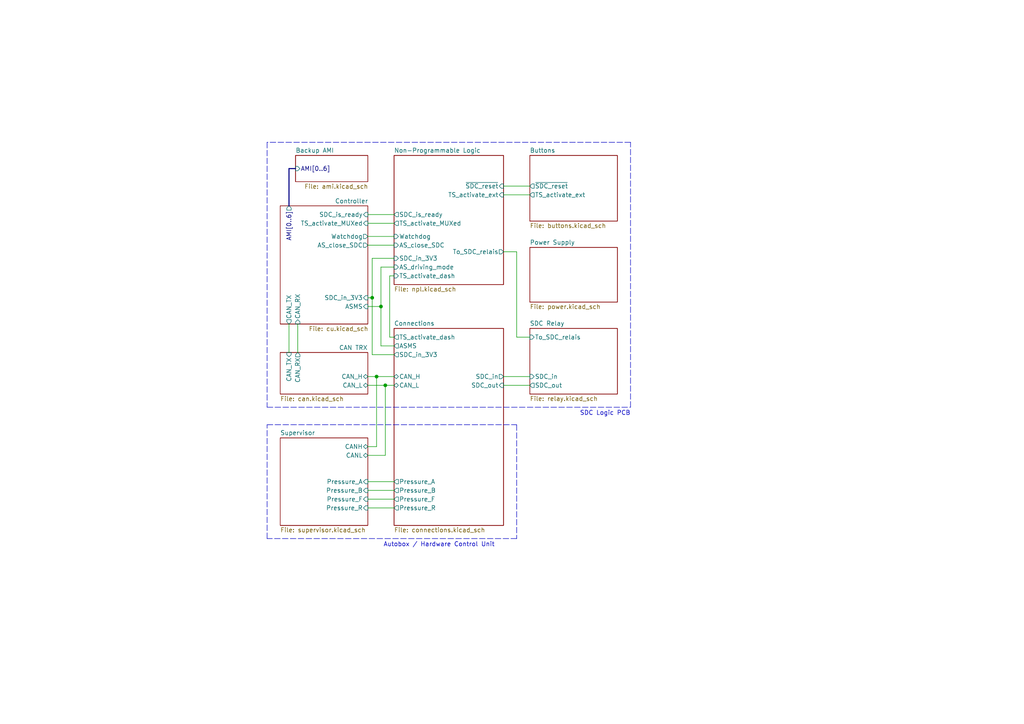
<source format=kicad_sch>
(kicad_sch (version 20211123) (generator eeschema)
  (paper "A4")
  (title_block (title "SDCL - Meta") (date "2021-12-16") (rev "v1.0") (company "FaSTTUBe - Formula Student Team TU Berlin") (comment 1 "Car 113") (comment 2 "EBS Electronics") (comment 3 "T 14.5 rule conformity"))
  (lib_symbols)
  (junction (at 107.95 86.36))
  (junction (at 109.22 109.22))
  (junction (at 110.49 88.9))
  (junction (at 111.76 111.76))
  (wire (pts (xy 107.95 74.93) (xy 114.3 74.93)))
  (wire (pts (xy 107.95 74.93) (xy 107.95 86.36)))
  (wire (pts (xy 146.05 73.025) (xy 149.86 73.025)))
  (polyline (pts (xy 149.86 156.21) (xy 77.47 156.21)))
  (wire (pts (xy 146.05 111.76) (xy 153.67 111.76)))
  (polyline (pts (xy 149.86 123.19) (xy 149.86 156.21)))
  (wire (pts (xy 106.68 142.24) (xy 114.3 142.24)))
  (polyline (pts (xy 182.88 41.275) (xy 77.47 41.275)))
  (wire (pts (xy 106.68 68.58) (xy 114.3 68.58)))
  (wire (pts (xy 83.82 93.98) (xy 83.82 102.235)))
  (wire (pts (xy 110.49 88.9) (xy 110.49 77.47)))
  (wire (pts (xy 114.3 102.87) (xy 107.95 102.87)))
  (bus (pts (xy 83.82 48.895) (xy 83.82 59.69)))
  (polyline (pts (xy 77.47 41.275) (xy 77.47 118.11)))
  (wire (pts (xy 111.76 132.08) (xy 111.76 111.76)))
  (wire (pts (xy 86.36 93.98) (xy 86.36 102.235)))
  (wire (pts (xy 106.68 88.9) (xy 110.49 88.9)))
  (wire (pts (xy 106.68 129.54) (xy 109.22 129.54)))
  (wire (pts (xy 106.68 62.23) (xy 114.3 62.23)))
  (bus (pts (xy 85.725 48.895) (xy 83.82 48.895)))
  (wire (pts (xy 110.49 77.47) (xy 114.3 77.47)))
  (wire (pts (xy 113.03 80.01) (xy 113.03 97.79)))
  (wire (pts (xy 146.05 109.22) (xy 153.67 109.22)))
  (wire (pts (xy 149.86 73.025) (xy 149.86 97.79)))
  (polyline (pts (xy 77.47 118.11) (xy 182.88 118.11)))
  (wire (pts (xy 114.3 80.01) (xy 113.03 80.01)))
  (wire (pts (xy 111.76 111.76) (xy 114.3 111.76)))
  (wire (pts (xy 109.22 109.22) (xy 109.22 129.54)))
  (wire (pts (xy 109.22 109.22) (xy 114.3 109.22)))
  (wire (pts (xy 106.68 64.77) (xy 114.3 64.77)))
  (wire (pts (xy 106.68 132.08) (xy 111.76 132.08)))
  (wire (pts (xy 106.68 71.12) (xy 114.3 71.12)))
  (polyline (pts (xy 77.47 123.19) (xy 149.86 123.19)))
  (wire (pts (xy 146.05 53.975) (xy 153.67 53.975)))
  (wire (pts (xy 106.68 147.32) (xy 114.3 147.32)))
  (wire (pts (xy 113.03 97.79) (xy 114.3 97.79)))
  (polyline (pts (xy 77.47 156.21) (xy 77.47 123.19)))
  (wire (pts (xy 110.49 100.33) (xy 110.49 88.9)))
  (wire (pts (xy 149.86 97.79) (xy 153.67 97.79)))
  (wire (pts (xy 106.68 139.7) (xy 114.3 139.7)))
  (wire (pts (xy 114.3 100.33) (xy 110.49 100.33)))
  (wire (pts (xy 107.95 86.36) (xy 107.95 102.87)))
  (polyline (pts (xy 182.88 118.11) (xy 182.88 41.275)))
  (wire (pts (xy 106.68 86.36) (xy 107.95 86.36)))
  (wire (pts (xy 106.68 109.22) (xy 109.22 109.22)))
  (wire (pts (xy 106.68 144.78) (xy 114.3 144.78)))
  (wire (pts (xy 146.05 56.515) (xy 153.67 56.515)))
  (wire (pts (xy 106.68 111.76) (xy 111.76 111.76)))
  (text "SDC Logic PCB" (at 182.88 120.65 180) (effects (font (size 1.27 1.27)) (justify right bottom)))
  (text "Autobox / Hardware Control Unit" (at 143.51 158.75 180) (effects (font (size 1.27 1.27)) (justify right bottom)))
  (sheet (at 114.3 45.085) (size 31.75 37.465)
    (property "Sheet name" "Non-Programmable Logic" (at 114.3 44.3734 0) (effects (justify left bottom)))
    (property "Sheet file" "npl.kicad_sch" (at 114.3 83.1346 0) (effects (justify left top)))
    (pin "AS_close_SDC" input (at 114.3 71.12 180))
    (pin "TS_activate_ext" input (at 146.05 56.515 0))
    (pin "Watchdog" input (at 114.3 68.58 180))
    (pin "SDC_in_3V3" input (at 114.3 74.93 180))
    (pin "To_SDC_relais" output (at 146.05 73.025 0))
    (pin "SDC_is_ready" output (at 114.3 62.23 180))
    (pin "~{SDC_reset}" input (at 146.05 53.975 0))
    (pin "TS_activate_MUXed" output (at 114.3 64.77 180))
    (pin "TS_activate_dash" input (at 114.3 80.01 180))
    (pin "AS_driving_mode" input (at 114.3 77.47 180))
  )
  (sheet (at 81.28 59.69) (size 25.4 34.29)
    (property "Sheet name" "Controller" (at 97.155 59.055 0) (effects (justify left bottom)))
    (property "Sheet file" "cu.kicad_sch" (at 89.535 94.615 0) (effects (justify left top)))
    (pin "SDC_is_ready" input (at 106.68 62.23 0))
    (pin "AS_close_SDC" output (at 106.68 71.12 0))
    (pin "Watchdog" output (at 106.68 68.58 0))
    (pin "CAN_RX" input (at 86.36 93.98 270))
    (pin "CAN_TX" output (at 83.82 93.98 270))
    (pin "TS_activate_MUXed" input (at 106.68 64.77 0))
    (pin "SDC_in_3V3" input (at 106.68 86.36 0))
    (pin "ASMS" input (at 106.68 88.9 0))
    (pin "AMI[0..6]" output (at 83.82 59.69 90))
  )
  (sheet (at 153.67 95.25) (size 25.4 19.05)
    (property "Sheet name" "SDC Relay" (at 153.67 94.5384 0) (effects (justify left bottom)))
    (property "Sheet file" "relay.kicad_sch" (at 153.67 114.8846 0) (effects (justify left top)))
    (pin "To_SDC_relais" input (at 153.67 97.79 180))
    (pin "SDC_in" input (at 153.67 109.22 180))
    (pin "SDC_out" output (at 153.67 111.76 180))
  )
  (sheet (at 153.67 71.755) (size 25.4 15.875)
    (property "Sheet name" "Power Supply" (at 153.67 71.0434 0) (effects (justify left bottom)))
    (property "Sheet file" "power.kicad_sch" (at 153.67 88.2146 0) (effects (justify left top)))
  )
  (sheet (at 114.3 95.25) (size 31.75 57.15)
    (property "Sheet name" "Connections" (at 114.3 94.5384 0) (effects (justify left bottom)))
    (property "Sheet file" "connections.kicad_sch" (at 114.3 152.9846 0) (effects (justify left top)))
    (pin "SDC_in_3V3" output (at 114.3 102.87 180))
    (pin "SDC_in" output (at 146.05 109.22 0))
    (pin "SDC_out" input (at 146.05 111.76 0))
    (pin "CAN_H" bidirectional (at 114.3 109.22 180))
    (pin "CAN_L" bidirectional (at 114.3 111.76 180))
    (pin "Pressure_A" output (at 114.3 139.7 180))
    (pin "Pressure_B" output (at 114.3 142.24 180))
    (pin "Pressure_F" output (at 114.3 144.78 180))
    (pin "Pressure_R" output (at 114.3 147.32 180))
    (pin "TS_activate_dash" output (at 114.3 97.79 180))
    (pin "ASMS" output (at 114.3 100.33 180))
  )
  (sheet (at 81.28 102.235) (size 25.4 12.065)
    (property "Sheet name" "CAN TRX" (at 98.3286 101.588 0) (effects (justify left bottom)))
    (property "Sheet file" "can.kicad_sch" (at 81.28 114.935 0) (effects (justify left top)))
    (pin "CAN_H" bidirectional (at 106.68 109.22 0))
    (pin "CAN_L" bidirectional (at 106.68 111.76 0))
    (pin "CAN_TX" input (at 83.82 102.235 90))
    (pin "CAN_RX" output (at 86.36 102.235 90))
  )
  (sheet (at 81.28 127) (size 25.4 25.4)
    (property "Sheet name" "Supervisor" (at 81.28 126.2884 0) (effects (justify left bottom)))
    (property "Sheet file" "supervisor.kicad_sch" (at 81.28 152.9846 0) (effects (justify left top)))
    (pin "CANH" bidirectional (at 106.68 129.54 0))
    (pin "CANL" bidirectional (at 106.68 132.08 0))
    (pin "Pressure_A" input (at 106.68 139.7 0))
    (pin "Pressure_B" input (at 106.68 142.24 0))
    (pin "Pressure_F" input (at 106.68 144.78 0))
    (pin "Pressure_R" input (at 106.68 147.32 0))
  )
  (sheet (at 85.725 45.085) (size 20.955 7.62) (stroke (width 0.1524))
    (property "Sheet name" "Backup AMI" (at 85.725 44.3734 0) (effects (justify left bottom)))
    (property "Sheet file" "ami.kicad_sch" (at 88.265 53.34 0) (effects (justify left top)))
    (pin "AMI[0..6]" input (at 85.725 48.895 180))
  )
  (sheet (at 153.67 45.085) (size 25.4 19.05) (stroke (width 0.1524))
    (property "Sheet name" "Buttons" (at 153.67 44.3734 0) (effects (justify left bottom)))
    (property "Sheet file" "buttons.kicad_sch" (at 153.67 64.7196 0) (effects (justify left top)))
    (pin "~{SDC_reset}" output (at 153.67 53.975 180))
    (pin "TS_activate_ext" output (at 153.67 56.515 180))
  )
)
</source>
